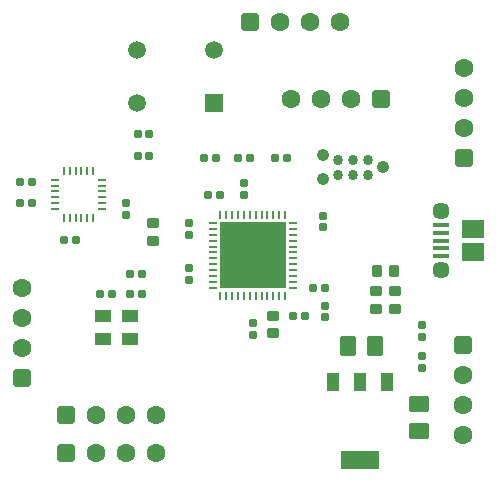
<source format=gbr>
%TF.GenerationSoftware,Altium Limited,Altium Designer,24.1.2 (44)*%
G04 Layer_Color=255*
%FSLAX45Y45*%
%MOMM*%
%TF.SameCoordinates,9F746DA8-F38A-4014-887F-1EC8760E2830*%
%TF.FilePolarity,Positive*%
%TF.FileFunction,Pads,Top*%
%TF.Part,Single*%
G01*
G75*
%TA.AperFunction,SMDPad,CuDef*%
%ADD11R,5.60000X5.60000*%
%ADD12O,0.25000X0.80000*%
%ADD13O,0.80000X0.25000*%
%ADD14R,0.79000X0.28000*%
%ADD15R,0.28000X0.79000*%
%ADD16R,3.18213X1.50000*%
%ADD17R,1.00000X1.50000*%
G04:AMPARAMS|DCode=18|XSize=0.6mm|YSize=0.7mm|CornerRadius=0.075mm|HoleSize=0mm|Usage=FLASHONLY|Rotation=90.000|XOffset=0mm|YOffset=0mm|HoleType=Round|Shape=RoundedRectangle|*
%AMROUNDEDRECTD18*
21,1,0.60000,0.55000,0,0,90.0*
21,1,0.45000,0.70000,0,0,90.0*
1,1,0.15000,0.27500,0.22500*
1,1,0.15000,0.27500,-0.22500*
1,1,0.15000,-0.27500,-0.22500*
1,1,0.15000,-0.27500,0.22500*
%
%ADD18ROUNDEDRECTD18*%
%TA.AperFunction,BGAPad,CuDef*%
%ADD19C,0.86300*%
%TA.AperFunction,SMDPad,CuDef*%
G04:AMPARAMS|DCode=20|XSize=0.6mm|YSize=0.7mm|CornerRadius=0.075mm|HoleSize=0mm|Usage=FLASHONLY|Rotation=180.000|XOffset=0mm|YOffset=0mm|HoleType=Round|Shape=RoundedRectangle|*
%AMROUNDEDRECTD20*
21,1,0.60000,0.55000,0,0,180.0*
21,1,0.45000,0.70000,0,0,180.0*
1,1,0.15000,-0.22500,0.27500*
1,1,0.15000,0.22500,0.27500*
1,1,0.15000,0.22500,-0.27500*
1,1,0.15000,-0.22500,-0.27500*
%
%ADD20ROUNDEDRECTD20*%
G04:AMPARAMS|DCode=21|XSize=1.3mm|YSize=1.1mm|CornerRadius=0.055mm|HoleSize=0mm|Usage=FLASHONLY|Rotation=0.000|XOffset=0mm|YOffset=0mm|HoleType=Round|Shape=RoundedRectangle|*
%AMROUNDEDRECTD21*
21,1,1.30000,0.99000,0,0,0.0*
21,1,1.19000,1.10000,0,0,0.0*
1,1,0.11000,0.59500,-0.49500*
1,1,0.11000,-0.59500,-0.49500*
1,1,0.11000,-0.59500,0.49500*
1,1,0.11000,0.59500,0.49500*
%
%ADD21ROUNDEDRECTD21*%
%TA.AperFunction,ConnectorPad*%
%ADD22R,1.90000X1.50000*%
%ADD23R,1.35000X0.40000*%
%TA.AperFunction,SMDPad,CuDef*%
G04:AMPARAMS|DCode=24|XSize=0.8mm|YSize=1mm|CornerRadius=0.1mm|HoleSize=0mm|Usage=FLASHONLY|Rotation=180.000|XOffset=0mm|YOffset=0mm|HoleType=Round|Shape=RoundedRectangle|*
%AMROUNDEDRECTD24*
21,1,0.80000,0.80000,0,0,180.0*
21,1,0.60000,1.00000,0,0,180.0*
1,1,0.20000,-0.30000,0.40000*
1,1,0.20000,0.30000,0.40000*
1,1,0.20000,0.30000,-0.40000*
1,1,0.20000,-0.30000,-0.40000*
%
%ADD24ROUNDEDRECTD24*%
G04:AMPARAMS|DCode=25|XSize=0.8mm|YSize=1mm|CornerRadius=0.1mm|HoleSize=0mm|Usage=FLASHONLY|Rotation=90.000|XOffset=0mm|YOffset=0mm|HoleType=Round|Shape=RoundedRectangle|*
%AMROUNDEDRECTD25*
21,1,0.80000,0.80000,0,0,90.0*
21,1,0.60000,1.00000,0,0,90.0*
1,1,0.20000,0.40000,0.30000*
1,1,0.20000,0.40000,-0.30000*
1,1,0.20000,-0.40000,-0.30000*
1,1,0.20000,-0.40000,0.30000*
%
%ADD25ROUNDEDRECTD25*%
G04:AMPARAMS|DCode=26|XSize=1.4mm|YSize=1.7mm|CornerRadius=0.175mm|HoleSize=0mm|Usage=FLASHONLY|Rotation=270.000|XOffset=0mm|YOffset=0mm|HoleType=Round|Shape=RoundedRectangle|*
%AMROUNDEDRECTD26*
21,1,1.40000,1.35000,0,0,270.0*
21,1,1.05000,1.70000,0,0,270.0*
1,1,0.35000,-0.67500,-0.52500*
1,1,0.35000,-0.67500,0.52500*
1,1,0.35000,0.67500,0.52500*
1,1,0.35000,0.67500,-0.52500*
%
%ADD26ROUNDEDRECTD26*%
G04:AMPARAMS|DCode=27|XSize=1.4mm|YSize=1.7mm|CornerRadius=0.175mm|HoleSize=0mm|Usage=FLASHONLY|Rotation=180.000|XOffset=0mm|YOffset=0mm|HoleType=Round|Shape=RoundedRectangle|*
%AMROUNDEDRECTD27*
21,1,1.40000,1.35000,0,0,180.0*
21,1,1.05000,1.70000,0,0,180.0*
1,1,0.35000,-0.52500,0.67500*
1,1,0.35000,0.52500,0.67500*
1,1,0.35000,0.52500,-0.67500*
1,1,0.35000,-0.52500,-0.67500*
%
%ADD27ROUNDEDRECTD27*%
%TA.AperFunction,ComponentPad*%
%ADD35R,1.49800X1.49800*%
%ADD36C,1.49800*%
%ADD37C,1.06700*%
%ADD38C,1.60000*%
G04:AMPARAMS|DCode=39|XSize=1.6mm|YSize=1.6mm|CornerRadius=0.4mm|HoleSize=0mm|Usage=FLASHONLY|Rotation=0.000|XOffset=0mm|YOffset=0mm|HoleType=Round|Shape=RoundedRectangle|*
%AMROUNDEDRECTD39*
21,1,1.60000,0.80000,0,0,0.0*
21,1,0.80000,1.60000,0,0,0.0*
1,1,0.80000,0.40000,-0.40000*
1,1,0.80000,-0.40000,-0.40000*
1,1,0.80000,-0.40000,0.40000*
1,1,0.80000,0.40000,0.40000*
%
%ADD39ROUNDEDRECTD39*%
G04:AMPARAMS|DCode=40|XSize=1.6mm|YSize=1.6mm|CornerRadius=0.4mm|HoleSize=0mm|Usage=FLASHONLY|Rotation=90.000|XOffset=0mm|YOffset=0mm|HoleType=Round|Shape=RoundedRectangle|*
%AMROUNDEDRECTD40*
21,1,1.60000,0.80000,0,0,90.0*
21,1,0.80000,1.60000,0,0,90.0*
1,1,0.80000,0.40000,0.40000*
1,1,0.80000,0.40000,-0.40000*
1,1,0.80000,-0.40000,-0.40000*
1,1,0.80000,-0.40000,0.40000*
%
%ADD40ROUNDEDRECTD40*%
%ADD41C,1.45000*%
D11*
X9015000Y9275000D02*
D03*
D12*
X8740000Y9615000D02*
D03*
X8790000D02*
D03*
X8840000D02*
D03*
X8890000D02*
D03*
X8940000D02*
D03*
X8990000D02*
D03*
X9040000D02*
D03*
X9090000D02*
D03*
X9140000D02*
D03*
X9190000D02*
D03*
X9240000D02*
D03*
X9290000D02*
D03*
Y8935000D02*
D03*
X9240000D02*
D03*
X9190000D02*
D03*
X9140000D02*
D03*
X9090000D02*
D03*
X9040000D02*
D03*
X8990000D02*
D03*
X8940000D02*
D03*
X8890000D02*
D03*
X8840000D02*
D03*
X8790000D02*
D03*
X8740000D02*
D03*
D13*
X9355000Y9550000D02*
D03*
Y9500000D02*
D03*
Y9450000D02*
D03*
Y9400000D02*
D03*
Y9350000D02*
D03*
Y9300000D02*
D03*
Y9250000D02*
D03*
Y9200000D02*
D03*
Y9150000D02*
D03*
Y9100000D02*
D03*
Y9050000D02*
D03*
Y9000000D02*
D03*
X8675000D02*
D03*
Y9050000D02*
D03*
Y9100000D02*
D03*
Y9150000D02*
D03*
Y9200000D02*
D03*
Y9250000D02*
D03*
Y9300000D02*
D03*
Y9350000D02*
D03*
Y9400000D02*
D03*
Y9450000D02*
D03*
Y9500000D02*
D03*
Y9550000D02*
D03*
D14*
X7737000Y9917000D02*
D03*
Y9867000D02*
D03*
Y9817000D02*
D03*
Y9767000D02*
D03*
Y9717000D02*
D03*
Y9667000D02*
D03*
X7343000D02*
D03*
Y9717000D02*
D03*
Y9767000D02*
D03*
Y9817000D02*
D03*
Y9867000D02*
D03*
Y9917000D02*
D03*
D15*
X7665000Y9595000D02*
D03*
X7615000D02*
D03*
X7565000D02*
D03*
X7515000D02*
D03*
X7465000D02*
D03*
X7415000D02*
D03*
Y9989000D02*
D03*
X7465000D02*
D03*
X7515000D02*
D03*
X7565000D02*
D03*
X7615000D02*
D03*
X7665000D02*
D03*
D16*
X9925000Y7545500D02*
D03*
D17*
X9696000Y8204500D02*
D03*
X9925000D02*
D03*
X10154000D02*
D03*
D18*
X7945000Y9715000D02*
D03*
Y9615000D02*
D03*
X9020000Y8700000D02*
D03*
Y8600000D02*
D03*
X9625000Y8750000D02*
D03*
Y8850000D02*
D03*
X8940000Y9885000D02*
D03*
Y9785000D02*
D03*
X10450000Y8685000D02*
D03*
Y8585000D02*
D03*
Y8425000D02*
D03*
Y8325000D02*
D03*
X9607500Y9612500D02*
D03*
Y9512500D02*
D03*
X8472500Y9065000D02*
D03*
Y9165000D02*
D03*
X8475000Y9550000D02*
D03*
Y9450000D02*
D03*
D19*
X9740500Y9959000D02*
D03*
X9867500D02*
D03*
X9994500D02*
D03*
X9740500Y10086000D02*
D03*
X9867500D02*
D03*
X9994500D02*
D03*
D20*
X8702500Y10100000D02*
D03*
X8602500D02*
D03*
X7980000Y9120000D02*
D03*
X8080000D02*
D03*
X8990000Y10100000D02*
D03*
X8890000D02*
D03*
X9207500Y10102500D02*
D03*
X9307500D02*
D03*
X8040000Y10120000D02*
D03*
X8140000D02*
D03*
X9525000Y9000000D02*
D03*
X9625000D02*
D03*
X8080000Y8950000D02*
D03*
X7980000D02*
D03*
X7720000D02*
D03*
X7820000D02*
D03*
X7145000Y9715000D02*
D03*
X7045000D02*
D03*
X8140000Y10300000D02*
D03*
X8040000D02*
D03*
X8740000Y9790000D02*
D03*
X8640000D02*
D03*
X9460000Y8760000D02*
D03*
X9360000D02*
D03*
X7145000Y9895000D02*
D03*
X7045000D02*
D03*
X7415000Y9405000D02*
D03*
X7515000D02*
D03*
D21*
X7750000Y8760000D02*
D03*
Y8570000D02*
D03*
X7980000Y8760000D02*
D03*
Y8570000D02*
D03*
D22*
X10880000Y9500000D02*
D03*
Y9300000D02*
D03*
D23*
X10610000Y9530000D02*
D03*
Y9465000D02*
D03*
Y9400000D02*
D03*
Y9335000D02*
D03*
Y9270000D02*
D03*
D24*
X10215000Y9145000D02*
D03*
X10065000D02*
D03*
D25*
X9190000Y8765000D02*
D03*
Y8615000D02*
D03*
X8175000Y9550000D02*
D03*
Y9400000D02*
D03*
X10062500Y8972500D02*
D03*
Y8822500D02*
D03*
X10217500Y8975000D02*
D03*
Y8825000D02*
D03*
D26*
X10420000Y7790700D02*
D03*
Y8019300D02*
D03*
D27*
X9825700Y8510000D02*
D03*
X10054300D02*
D03*
D35*
X8685000Y10565000D02*
D03*
D36*
X8035000D02*
D03*
X8685000Y11015000D02*
D03*
X8035000D02*
D03*
D37*
X9613500Y10124100D02*
D03*
Y9920900D02*
D03*
X10121500Y10022500D02*
D03*
D38*
X9246000Y11250000D02*
D03*
X9500000D02*
D03*
X9754000D02*
D03*
X9846000Y10600000D02*
D03*
X9592000D02*
D03*
X9338000D02*
D03*
X10800000Y10354000D02*
D03*
Y10608000D02*
D03*
Y10862000D02*
D03*
X10797500Y8265000D02*
D03*
Y8011000D02*
D03*
Y7757000D02*
D03*
X7065000Y8490500D02*
D03*
Y8744500D02*
D03*
Y8998500D02*
D03*
X7692000Y7925000D02*
D03*
X7946000D02*
D03*
X8200000D02*
D03*
X7692000Y7600000D02*
D03*
X7946000D02*
D03*
X8200000D02*
D03*
D39*
X8992000Y11250000D02*
D03*
X10100000Y10600000D02*
D03*
X7438000Y7925000D02*
D03*
Y7600000D02*
D03*
D40*
X10800000Y10100000D02*
D03*
X10797500Y8519000D02*
D03*
X7065000Y8236500D02*
D03*
D41*
X10610000Y9150000D02*
D03*
Y9650000D02*
D03*
%TF.MD5,95b1f41b5db06ee7c961a810882f491b*%
M02*

</source>
